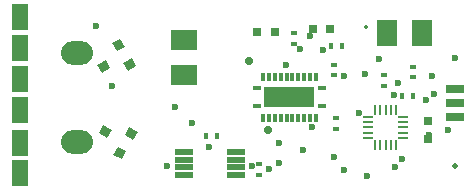
<source format=gbr>
G04 #@! TF.FileFunction,Soldermask,Top*
%FSLAX46Y46*%
G04 Gerber Fmt 4.6, Leading zero omitted, Abs format (unit mm)*
G04 Created by KiCad (PCBNEW 4.0.2-stable) date 2016-05-08 01:04:35*
%MOMM*%
G01*
G04 APERTURE LIST*
%ADD10C,0.020000*%
%ADD11R,0.200000X0.899160*%
%ADD12R,0.899160X0.200000*%
%ADD13R,1.552400X0.552400*%
%ADD14R,0.400000X0.600000*%
%ADD15R,0.800000X0.750000*%
%ADD16R,0.600000X0.400000*%
%ADD17R,0.750000X0.800000*%
%ADD18O,2.700000X2.000000*%
%ADD19R,1.524000X0.800000*%
%ADD20R,0.304800X0.787400*%
%ADD21R,0.787400X0.304800*%
%ADD22R,4.300000X1.800000*%
%ADD23R,1.400000X2.200000*%
%ADD24R,2.230000X1.800000*%
%ADD25R,1.800000X2.230000*%
%ADD26C,0.600000*%
%ADD27C,0.500000*%
%ADD28C,0.350000*%
%ADD29C,0.700000*%
G04 APERTURE END LIST*
D10*
D11*
X64550000Y-174150000D03*
X65000000Y-174150000D03*
X65450000Y-174148600D03*
X65900000Y-174150000D03*
X66350000Y-174150000D03*
D12*
X66950000Y-173550000D03*
X66950000Y-173100000D03*
X66948600Y-172650000D03*
X66950000Y-172200000D03*
X66950000Y-171750000D03*
D11*
X66350000Y-171150000D03*
X65900000Y-171150000D03*
X65450000Y-171151400D03*
X65000000Y-171150000D03*
X64550000Y-171150000D03*
D12*
X63950000Y-171750000D03*
X63950000Y-172200000D03*
X63951400Y-172650000D03*
X63950000Y-173100000D03*
X63950000Y-173550000D03*
D13*
X52800000Y-176675000D03*
X52800000Y-176025000D03*
X52800000Y-175375000D03*
X52800000Y-174725000D03*
X48400000Y-174725000D03*
X48400000Y-175375000D03*
X48400000Y-176025000D03*
X48400000Y-176675000D03*
D14*
X60850000Y-165800000D03*
X61750000Y-165800000D03*
D15*
X56050000Y-164600000D03*
X54550000Y-164600000D03*
D16*
X65300000Y-169150000D03*
X65300000Y-168250000D03*
D15*
X59250000Y-164300000D03*
X60750000Y-164300000D03*
D16*
X61100000Y-167350000D03*
X61100000Y-168250000D03*
X54700000Y-175750000D03*
X54700000Y-176650000D03*
D14*
X51150000Y-173400000D03*
X50250000Y-173400000D03*
D16*
X61200000Y-171850000D03*
X61200000Y-172750000D03*
X67800000Y-167500000D03*
X67800000Y-168400000D03*
D14*
X66850000Y-170000000D03*
X67750000Y-170000000D03*
D17*
X69000000Y-172150000D03*
X69000000Y-173650000D03*
D18*
X39350000Y-166350000D03*
X39350000Y-173900000D03*
D16*
X57700000Y-164650000D03*
X57700000Y-165550000D03*
D19*
X71300000Y-169400000D03*
X71300000Y-170600000D03*
X71300000Y-171800000D03*
D20*
X55049999Y-171827401D03*
X55550001Y-171827401D03*
X56050000Y-171827401D03*
X56549999Y-171827401D03*
X57050000Y-171827401D03*
X57550000Y-171827401D03*
X58050001Y-171827401D03*
X58550000Y-171827401D03*
X59049999Y-171827401D03*
X59550001Y-171827401D03*
D21*
X60027401Y-170850001D03*
X60027401Y-169349999D03*
D20*
X59550001Y-168372599D03*
X59049999Y-168372599D03*
X58550000Y-168372599D03*
X58050001Y-168372599D03*
X57550000Y-168372599D03*
X57050000Y-168372599D03*
X56549999Y-168372599D03*
X56050000Y-168372599D03*
X55550001Y-168372599D03*
X55049999Y-168372599D03*
D21*
X54572599Y-169349999D03*
X54572599Y-170850001D03*
D22*
X57300000Y-170100000D03*
D23*
X34450000Y-171150000D03*
X34450000Y-173950000D03*
X34450000Y-176550000D03*
X34450000Y-168550000D03*
X34450000Y-165900000D03*
X34450000Y-163300000D03*
D24*
X48350000Y-165290000D03*
X48350000Y-168210000D03*
D25*
X65590000Y-164650000D03*
X68510000Y-164650000D03*
D10*
G36*
X43088112Y-175369582D02*
X42395206Y-174969532D01*
X42795256Y-174276626D01*
X43488162Y-174676676D01*
X43088112Y-175369582D01*
X43088112Y-175369582D01*
G37*
G36*
X44038112Y-173724134D02*
X43345206Y-173324084D01*
X43745256Y-172631178D01*
X44438162Y-173031228D01*
X44038112Y-173724134D01*
X44038112Y-173724134D01*
G37*
G36*
X41831944Y-173547368D02*
X41139038Y-173147318D01*
X41539088Y-172454412D01*
X42231994Y-172854462D01*
X41831944Y-173547368D01*
X41831944Y-173547368D01*
G37*
G36*
X44338162Y-167468772D02*
X43645256Y-167868822D01*
X43245206Y-167175916D01*
X43938112Y-166775866D01*
X44338162Y-167468772D01*
X44338162Y-167468772D01*
G37*
G36*
X43388162Y-165823324D02*
X42695256Y-166223374D01*
X42295206Y-165530468D01*
X42988112Y-165130418D01*
X43388162Y-165823324D01*
X43388162Y-165823324D01*
G37*
G36*
X42131994Y-167645538D02*
X41439088Y-168045588D01*
X41039038Y-167352682D01*
X41731944Y-166952632D01*
X42131994Y-167645538D01*
X42131994Y-167645538D01*
G37*
D26*
X50450000Y-174300000D03*
D27*
X34700000Y-165950000D03*
D26*
X64900000Y-166900000D03*
X56450000Y-175700000D03*
X59000000Y-164900000D03*
X54100000Y-175900000D03*
X71300000Y-166800000D03*
X61900000Y-168300000D03*
X60100000Y-166100000D03*
X42250000Y-169150000D03*
X49050000Y-172250000D03*
D27*
X71350000Y-175900000D03*
D28*
X63750000Y-164150000D03*
D29*
X47600000Y-165800000D03*
D26*
X69150000Y-173300000D03*
X69350000Y-168300000D03*
X57000000Y-167400000D03*
X59200000Y-172650000D03*
D29*
X47650000Y-168200000D03*
D26*
X66200000Y-176000000D03*
X61900000Y-176300000D03*
X69500000Y-169800000D03*
X63150000Y-171400000D03*
X61100000Y-175150000D03*
X58450000Y-174600000D03*
X56400000Y-174000000D03*
X47600000Y-170950000D03*
X46900000Y-175900000D03*
D29*
X34700000Y-171250000D03*
X55500000Y-172900000D03*
X34700000Y-173950000D03*
X53900000Y-167000000D03*
D26*
X66150000Y-169900000D03*
X63900000Y-176750000D03*
X40900000Y-164050000D03*
X55600000Y-176200000D03*
D27*
X34650000Y-168400000D03*
D26*
X63700000Y-168100000D03*
D29*
X34700000Y-176550000D03*
D26*
X66850000Y-175300000D03*
X58200000Y-166000000D03*
X70700000Y-172900000D03*
X66500000Y-168900000D03*
X68900000Y-170300000D03*
M02*

</source>
